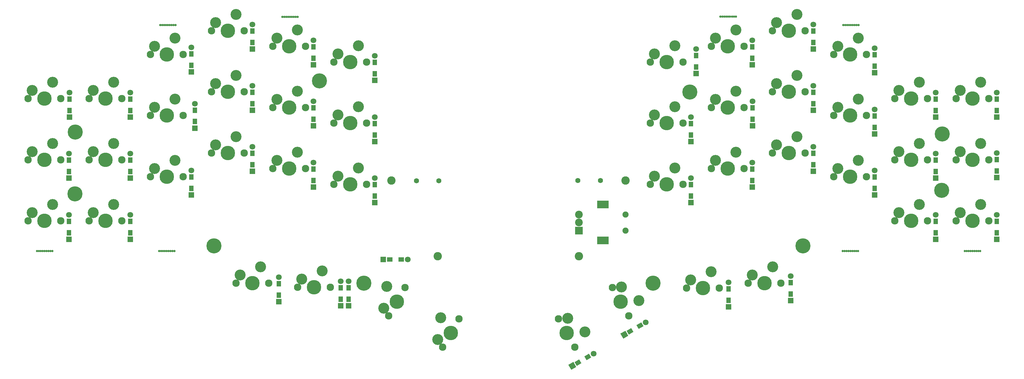
<source format=gts>
G04 #@! TF.GenerationSoftware,KiCad,Pcbnew,(5.1.4-0-10_14)*
G04 #@! TF.CreationDate,2021-06-12T19:28:26+03:00*
G04 #@! TF.ProjectId,corne-cherry,636f726e-652d-4636-9865-7272792e6b69,3.0.1*
G04 #@! TF.SameCoordinates,Original*
G04 #@! TF.FileFunction,Soldermask,Top*
G04 #@! TF.FilePolarity,Negative*
%FSLAX46Y46*%
G04 Gerber Fmt 4.6, Leading zero omitted, Abs format (unit mm)*
G04 Created by KiCad (PCBNEW (5.1.4-0-10_14)) date 2021-06-12 19:28:26*
%MOMM*%
%LPD*%
G04 APERTURE LIST*
%ADD10C,1.797000*%
%ADD11R,1.797000X1.797000*%
%ADD12R,1.350000X1.700000*%
%ADD13C,3.400000*%
%ADD14C,2.300000*%
%ADD15C,4.500000*%
%ADD16C,0.100000*%
%ADD17C,1.350000*%
%ADD18R,1.700000X1.350000*%
%ADD19R,2.400000X2.400000*%
%ADD20C,2.400000*%
%ADD21R,3.600000X2.400000*%
%ADD22C,1.900000*%
%ADD23C,2.600000*%
%ADD24C,4.700000*%
%ADD25C,1.600000*%
%ADD26C,0.700000*%
G04 APERTURE END LIST*
D10*
X46734500Y-33870000D03*
D11*
X46734500Y-41490000D03*
D12*
X46734500Y-39455000D03*
X46734500Y-35905000D03*
D13*
X117647500Y-57325000D03*
X111297500Y-59865000D03*
D14*
X110027500Y-62405000D03*
X120187500Y-62405000D03*
D15*
X115107500Y-62405000D03*
D13*
X143228091Y-103915295D03*
X142252795Y-110684557D03*
D14*
X143817500Y-113054409D03*
X148897500Y-104255591D03*
D15*
X146357500Y-108655000D03*
D13*
X188033909Y-108309705D03*
X182659205Y-104080443D03*
D14*
X179824500Y-104250591D03*
X184904500Y-113049409D03*
D15*
X182364500Y-108650000D03*
D13*
X246307500Y-88100000D03*
X239957500Y-90640000D03*
D14*
X238687500Y-93180000D03*
X248847500Y-93180000D03*
D15*
X243767500Y-93180000D03*
D10*
X251907500Y-90970000D03*
D11*
X251907500Y-98590000D03*
D12*
X251907500Y-96555000D03*
X251907500Y-93005000D03*
D10*
X92907500Y-91270000D03*
D11*
X92907500Y-98890000D03*
D12*
X92907500Y-96855000D03*
X92907500Y-93305000D03*
D10*
X190669862Y-115062500D03*
X184070748Y-118872500D03*
D16*
G36*
X183741874Y-120099874D02*
G01*
X182843374Y-118543626D01*
X184399622Y-117645126D01*
X185298122Y-119201374D01*
X183741874Y-120099874D01*
X183741874Y-120099874D01*
G37*
D17*
X185833110Y-117855000D03*
D16*
G36*
X185434488Y-118864567D02*
G01*
X184759488Y-117695433D01*
X186231732Y-116845433D01*
X186906732Y-118014567D01*
X185434488Y-118864567D01*
X185434488Y-118864567D01*
G37*
D17*
X188907500Y-116080000D03*
D16*
G36*
X188508878Y-117089567D02*
G01*
X187833878Y-115920433D01*
X189306122Y-115070433D01*
X189981122Y-116239567D01*
X188508878Y-117089567D01*
X188508878Y-117089567D01*
G37*
D10*
X206869862Y-105362500D03*
X200270748Y-109172500D03*
D16*
G36*
X199941874Y-110399874D02*
G01*
X199043374Y-108843626D01*
X200599622Y-107945126D01*
X201498122Y-109501374D01*
X199941874Y-110399874D01*
X199941874Y-110399874D01*
G37*
D17*
X202033110Y-108155000D03*
D16*
G36*
X201634488Y-109164567D02*
G01*
X200959488Y-107995433D01*
X202431732Y-107145433D01*
X203106732Y-108314567D01*
X201634488Y-109164567D01*
X201634488Y-109164567D01*
G37*
D17*
X205107500Y-106380000D03*
D16*
G36*
X204708878Y-107389567D02*
G01*
X204033878Y-106220433D01*
X205506122Y-105370433D01*
X206181122Y-106539567D01*
X204708878Y-107389567D01*
X204708878Y-107389567D01*
G37*
D10*
X232607500Y-92870000D03*
D11*
X232607500Y-100490000D03*
D12*
X232607500Y-98455000D03*
X232607500Y-94905000D03*
D10*
X220957500Y-60495000D03*
D11*
X220957500Y-68115000D03*
D12*
X220957500Y-66080000D03*
X220957500Y-62530000D03*
D10*
X239964500Y-55615000D03*
D11*
X239964500Y-63235000D03*
D12*
X239964500Y-61200000D03*
X239964500Y-57650000D03*
D10*
X258964500Y-50740000D03*
D11*
X258964500Y-58360000D03*
D12*
X258964500Y-56325000D03*
X258964500Y-52775000D03*
D10*
X277964500Y-58115000D03*
D11*
X277964500Y-65735000D03*
D12*
X277964500Y-63700000D03*
X277964500Y-60150000D03*
D10*
X296964500Y-71865000D03*
D11*
X296964500Y-79485000D03*
D12*
X296964500Y-77450000D03*
X296964500Y-73900000D03*
D10*
X315964500Y-71865000D03*
D11*
X315964500Y-79485000D03*
D12*
X315964500Y-77450000D03*
X315964500Y-73900000D03*
D10*
X220957500Y-41495000D03*
D11*
X220957500Y-49115000D03*
D12*
X220957500Y-47080000D03*
X220957500Y-43530000D03*
D10*
X240107500Y-36570000D03*
D11*
X240107500Y-44190000D03*
D12*
X240107500Y-42155000D03*
X240107500Y-38605000D03*
D10*
X258964500Y-31740000D03*
D11*
X258964500Y-39360000D03*
D12*
X258964500Y-37325000D03*
X258964500Y-33775000D03*
D10*
X277964500Y-39115000D03*
D11*
X277964500Y-46735000D03*
D12*
X277964500Y-44700000D03*
X277964500Y-41150000D03*
D10*
X296964500Y-52865000D03*
D11*
X296964500Y-60485000D03*
D12*
X296964500Y-58450000D03*
X296964500Y-54900000D03*
D10*
X315964500Y-52715000D03*
D11*
X315964500Y-60335000D03*
D12*
X315964500Y-58300000D03*
X315964500Y-54750000D03*
D10*
X222557500Y-20310000D03*
D11*
X222557500Y-27930000D03*
D12*
X222557500Y-25895000D03*
X222557500Y-22345000D03*
D10*
X239964500Y-17615000D03*
D11*
X239964500Y-25235000D03*
D12*
X239964500Y-23200000D03*
X239964500Y-19650000D03*
D10*
X258964500Y-12740000D03*
D11*
X258964500Y-20360000D03*
D12*
X258964500Y-18325000D03*
X258964500Y-14775000D03*
D10*
X277964500Y-20115000D03*
D11*
X277964500Y-27735000D03*
D12*
X277964500Y-25700000D03*
X277964500Y-22150000D03*
D10*
X296964500Y-33865000D03*
D11*
X296964500Y-41485000D03*
D12*
X296964500Y-39450000D03*
X296964500Y-35900000D03*
D10*
X315964500Y-33865000D03*
D11*
X315964500Y-41485000D03*
D12*
X315964500Y-39450000D03*
X315964500Y-35900000D03*
D10*
X132992500Y-85780000D03*
D11*
X125372500Y-85780000D03*
D18*
X127407500Y-85780000D03*
X130957500Y-85780000D03*
D10*
X114607500Y-92570000D03*
D11*
X114607500Y-100190000D03*
D12*
X114607500Y-98155000D03*
X114607500Y-94605000D03*
D10*
X112107500Y-92570000D03*
D11*
X112107500Y-100190000D03*
D12*
X112107500Y-98155000D03*
X112107500Y-94605000D03*
D10*
X122707500Y-60495000D03*
D11*
X122707500Y-68115000D03*
D12*
X122707500Y-66080000D03*
X122707500Y-62530000D03*
D10*
X103707500Y-55620000D03*
D11*
X103707500Y-63240000D03*
D12*
X103707500Y-61205000D03*
X103707500Y-57655000D03*
D10*
X84707500Y-50745000D03*
D11*
X84707500Y-58365000D03*
D12*
X84707500Y-56330000D03*
X84707500Y-52780000D03*
D10*
X65707500Y-58120000D03*
D11*
X65707500Y-65740000D03*
D12*
X65707500Y-63705000D03*
X65707500Y-60155000D03*
D10*
X46734500Y-71870000D03*
D11*
X46734500Y-79490000D03*
D12*
X46734500Y-77455000D03*
X46734500Y-73905000D03*
D10*
X27734500Y-71866875D03*
D11*
X27734500Y-79486875D03*
D12*
X27734500Y-77451875D03*
X27734500Y-73901875D03*
D10*
X122707500Y-41495000D03*
D11*
X122707500Y-49115000D03*
D12*
X122707500Y-47080000D03*
X122707500Y-43530000D03*
D10*
X103707500Y-36620000D03*
D11*
X103707500Y-44240000D03*
D12*
X103707500Y-42205000D03*
X103707500Y-38655000D03*
D10*
X84707500Y-31745000D03*
D11*
X84707500Y-39365000D03*
D12*
X84707500Y-37330000D03*
X84707500Y-33780000D03*
D10*
X66857500Y-37320000D03*
D11*
X66857500Y-44940000D03*
D12*
X66857500Y-42905000D03*
X66857500Y-39355000D03*
D10*
X46734500Y-52870000D03*
D11*
X46734500Y-60490000D03*
D12*
X46734500Y-58455000D03*
X46734500Y-54905000D03*
D10*
X27734500Y-52866875D03*
D11*
X27734500Y-60486875D03*
D12*
X27734500Y-58451875D03*
X27734500Y-54901875D03*
D10*
X122707500Y-22495000D03*
D11*
X122707500Y-30115000D03*
D12*
X122707500Y-28080000D03*
X122707500Y-24530000D03*
D10*
X103707500Y-17620000D03*
D11*
X103707500Y-25240000D03*
D12*
X103707500Y-23205000D03*
X103707500Y-19655000D03*
D10*
X84707500Y-12745000D03*
D11*
X84707500Y-20365000D03*
D12*
X84707500Y-18330000D03*
X84707500Y-14780000D03*
D10*
X65707500Y-19870000D03*
D11*
X65707500Y-27490000D03*
D12*
X65707500Y-25455000D03*
X65707500Y-21905000D03*
D10*
X27907500Y-33860000D03*
D11*
X27907500Y-41480000D03*
D12*
X27907500Y-39445000D03*
X27907500Y-35895000D03*
D13*
X117647500Y-19325000D03*
X111297500Y-21865000D03*
D14*
X110027500Y-24405000D03*
X120187500Y-24405000D03*
D15*
X115107500Y-24405000D03*
D13*
X204733909Y-98559705D03*
X199359205Y-94330443D03*
D14*
X196524500Y-94500591D03*
X201604500Y-103299409D03*
D15*
X199064500Y-98900000D03*
D13*
X126478091Y-94165295D03*
X125502795Y-100934557D03*
D14*
X127067500Y-103304409D03*
X132147500Y-94505591D03*
D15*
X129607500Y-98905000D03*
D19*
X186107500Y-76780000D03*
D20*
X186107500Y-74280000D03*
X186107500Y-71780000D03*
D21*
X193607500Y-79880000D03*
X193607500Y-68680000D03*
D22*
X200607500Y-76780000D03*
X200607500Y-71780000D03*
D13*
X87247500Y-88100000D03*
X80897500Y-90640000D03*
D14*
X79627500Y-93180000D03*
X89787500Y-93180000D03*
D15*
X84707500Y-93180000D03*
D23*
X200600500Y-61264000D03*
D24*
X298849500Y-64265500D03*
X220607500Y-33680000D03*
X299007500Y-46780000D03*
X255705500Y-81530500D03*
D23*
X186168500Y-84785000D03*
D24*
X209139500Y-93145000D03*
D23*
X142301500Y-84775000D03*
X127869500Y-61254000D03*
D24*
X119330500Y-93135000D03*
X72764500Y-81520500D03*
X105557500Y-30280000D03*
X29607500Y-65380000D03*
X29657500Y-46180000D03*
D25*
X192787500Y-61270000D03*
X185787500Y-61270000D03*
X135634500Y-61292000D03*
X142634500Y-61292000D03*
D13*
X215904500Y-38320000D03*
X209554500Y-40860000D03*
D14*
X208284500Y-43400000D03*
X218444500Y-43400000D03*
D15*
X213364500Y-43400000D03*
D13*
X215904500Y-57320000D03*
X209554500Y-59860000D03*
D14*
X208284500Y-62400000D03*
X218444500Y-62400000D03*
D15*
X213364500Y-62400000D03*
D13*
X22647500Y-68700000D03*
X16297500Y-71240000D03*
D14*
X15027500Y-73780000D03*
X25187500Y-73780000D03*
D15*
X20107500Y-73780000D03*
D13*
X291904500Y-68695000D03*
X285554500Y-71235000D03*
D14*
X284284500Y-73775000D03*
X294444500Y-73775000D03*
D15*
X289364500Y-73775000D03*
D13*
X253904500Y-47570000D03*
X247554500Y-50110000D03*
D14*
X246284500Y-52650000D03*
X256444500Y-52650000D03*
D15*
X251364500Y-52650000D03*
D13*
X41647500Y-68700000D03*
X35297500Y-71240000D03*
D14*
X34027500Y-73780000D03*
X44187500Y-73780000D03*
D15*
X39107500Y-73780000D03*
D13*
X22647500Y-49700000D03*
X16297500Y-52240000D03*
D14*
X15027500Y-54780000D03*
X25187500Y-54780000D03*
D15*
X20107500Y-54780000D03*
D13*
X41647500Y-49700000D03*
X35297500Y-52240000D03*
D14*
X34027500Y-54780000D03*
X44187500Y-54780000D03*
D15*
X39107500Y-54780000D03*
D13*
X22647500Y-30700000D03*
X16297500Y-33240000D03*
D14*
X15027500Y-35780000D03*
X25187500Y-35780000D03*
D15*
X20107500Y-35780000D03*
D13*
X41647500Y-30700000D03*
X35297500Y-33240000D03*
D14*
X34027500Y-35780000D03*
X44187500Y-35780000D03*
D15*
X39107500Y-35780000D03*
D13*
X60647500Y-16950000D03*
X54297500Y-19490000D03*
D14*
X53027500Y-22030000D03*
X63187500Y-22030000D03*
D15*
X58107500Y-22030000D03*
D13*
X79647500Y-9575000D03*
X73297500Y-12115000D03*
D14*
X72027500Y-14655000D03*
X82187500Y-14655000D03*
D15*
X77107500Y-14655000D03*
D13*
X98647500Y-14450000D03*
X92297500Y-16990000D03*
D14*
X91027500Y-19530000D03*
X101187500Y-19530000D03*
D15*
X96107500Y-19530000D03*
D13*
X60647500Y-35950000D03*
X54297500Y-38490000D03*
D14*
X53027500Y-41030000D03*
X63187500Y-41030000D03*
D15*
X58107500Y-41030000D03*
D13*
X79647500Y-28575000D03*
X73297500Y-31115000D03*
D14*
X72027500Y-33655000D03*
X82187500Y-33655000D03*
D15*
X77107500Y-33655000D03*
D13*
X98647500Y-33450000D03*
X92297500Y-35990000D03*
D14*
X91027500Y-38530000D03*
X101187500Y-38530000D03*
D15*
X96107500Y-38530000D03*
D13*
X117647500Y-38325000D03*
X111297500Y-40865000D03*
D14*
X110027500Y-43405000D03*
X120187500Y-43405000D03*
D15*
X115107500Y-43405000D03*
D13*
X60647500Y-54950000D03*
X54297500Y-57490000D03*
D14*
X53027500Y-60030000D03*
X63187500Y-60030000D03*
D15*
X58107500Y-60030000D03*
D13*
X79647500Y-47575000D03*
X73297500Y-50115000D03*
D14*
X72027500Y-52655000D03*
X82187500Y-52655000D03*
D15*
X77107500Y-52655000D03*
D13*
X98647500Y-52450000D03*
X92297500Y-54990000D03*
D14*
X91027500Y-57530000D03*
X101187500Y-57530000D03*
D15*
X96107500Y-57530000D03*
D13*
X106347500Y-89375000D03*
X99997500Y-91915000D03*
D14*
X98727500Y-94455000D03*
X108887500Y-94455000D03*
D15*
X103807500Y-94455000D03*
D13*
X310904500Y-30695000D03*
X304554500Y-33235000D03*
D14*
X303284500Y-35775000D03*
X313444500Y-35775000D03*
D15*
X308364500Y-35775000D03*
D13*
X291904500Y-30695000D03*
X285554500Y-33235000D03*
D14*
X284284500Y-35775000D03*
X294444500Y-35775000D03*
D15*
X289364500Y-35775000D03*
D13*
X272904500Y-16945000D03*
X266554500Y-19485000D03*
D14*
X265284500Y-22025000D03*
X275444500Y-22025000D03*
D15*
X270364500Y-22025000D03*
D13*
X253904500Y-9570000D03*
X247554500Y-12110000D03*
D14*
X246284500Y-14650000D03*
X256444500Y-14650000D03*
D15*
X251364500Y-14650000D03*
D13*
X234904500Y-14445000D03*
X228554500Y-16985000D03*
D14*
X227284500Y-19525000D03*
X237444500Y-19525000D03*
D15*
X232364500Y-19525000D03*
D13*
X215897500Y-19325000D03*
X209547500Y-21865000D03*
D14*
X208277500Y-24405000D03*
X218437500Y-24405000D03*
D15*
X213357500Y-24405000D03*
D13*
X310904500Y-49695000D03*
X304554500Y-52235000D03*
D14*
X303284500Y-54775000D03*
X313444500Y-54775000D03*
D15*
X308364500Y-54775000D03*
D13*
X291904500Y-49695000D03*
X285554500Y-52235000D03*
D14*
X284284500Y-54775000D03*
X294444500Y-54775000D03*
D15*
X289364500Y-54775000D03*
D13*
X272904500Y-35945000D03*
X266554500Y-38485000D03*
D14*
X265284500Y-41025000D03*
X275444500Y-41025000D03*
D15*
X270364500Y-41025000D03*
D13*
X253904500Y-28570000D03*
X247554500Y-31110000D03*
D14*
X246284500Y-33650000D03*
X256444500Y-33650000D03*
D15*
X251364500Y-33650000D03*
D13*
X234904500Y-33445000D03*
X228554500Y-35985000D03*
D14*
X227284500Y-38525000D03*
X237444500Y-38525000D03*
D15*
X232364500Y-38525000D03*
D13*
X310904500Y-68695000D03*
X304554500Y-71235000D03*
D14*
X303284500Y-73775000D03*
X313444500Y-73775000D03*
D15*
X308364500Y-73775000D03*
D13*
X272904500Y-54945000D03*
X266554500Y-57485000D03*
D14*
X265284500Y-60025000D03*
X275444500Y-60025000D03*
D15*
X270364500Y-60025000D03*
D13*
X234904500Y-52445000D03*
X228554500Y-54985000D03*
D14*
X227284500Y-57525000D03*
X237444500Y-57525000D03*
D15*
X232364500Y-57525000D03*
D13*
X227204500Y-89570000D03*
X220854500Y-92110000D03*
D14*
X219584500Y-94650000D03*
X229744500Y-94650000D03*
D15*
X224664500Y-94650000D03*
D26*
X270607500Y-12870000D03*
X270013750Y-12870000D03*
X269420000Y-12870000D03*
X268826250Y-12870000D03*
X268232500Y-12870000D03*
X272388750Y-12870000D03*
X271201250Y-12870000D03*
X272982500Y-12870000D03*
X271795000Y-12870000D03*
X232487500Y-10285000D03*
X231893750Y-10285000D03*
X231300000Y-10285000D03*
X230706250Y-10285000D03*
X230112500Y-10285000D03*
X234268750Y-10285000D03*
X233081250Y-10285000D03*
X234862500Y-10285000D03*
X233675000Y-10285000D03*
X270491500Y-83193000D03*
X269897750Y-83193000D03*
X269304000Y-83193000D03*
X268710250Y-83193000D03*
X268116500Y-83193000D03*
X272272750Y-83193000D03*
X271085250Y-83193000D03*
X272866500Y-83193000D03*
X271679000Y-83193000D03*
X308405500Y-83183000D03*
X307811750Y-83183000D03*
X307218000Y-83183000D03*
X306624250Y-83183000D03*
X306030500Y-83183000D03*
X310186750Y-83183000D03*
X308999250Y-83183000D03*
X310780500Y-83183000D03*
X309593000Y-83183000D03*
X56936000Y-83178000D03*
X55748500Y-83178000D03*
X57529750Y-83178000D03*
X56342250Y-83178000D03*
X60498500Y-83178000D03*
X59904750Y-83178000D03*
X59311000Y-83178000D03*
X58717250Y-83178000D03*
X58123500Y-83178000D03*
X18975000Y-83176000D03*
X17787500Y-83176000D03*
X19568750Y-83176000D03*
X18381250Y-83176000D03*
X22537500Y-83176000D03*
X21943750Y-83176000D03*
X21350000Y-83176000D03*
X20756250Y-83176000D03*
X20162500Y-83176000D03*
X95170000Y-10373000D03*
X93982500Y-10373000D03*
X95763750Y-10373000D03*
X94576250Y-10373000D03*
X98732500Y-10373000D03*
X98138750Y-10373000D03*
X97545000Y-10373000D03*
X96951250Y-10373000D03*
X96357500Y-10373000D03*
X57299250Y-12869000D03*
X56111750Y-12869000D03*
X57893000Y-12869000D03*
X56705500Y-12869000D03*
X60861750Y-12869000D03*
X60268000Y-12869000D03*
X59674250Y-12869000D03*
X59080500Y-12869000D03*
X58486750Y-12869000D03*
M02*

</source>
